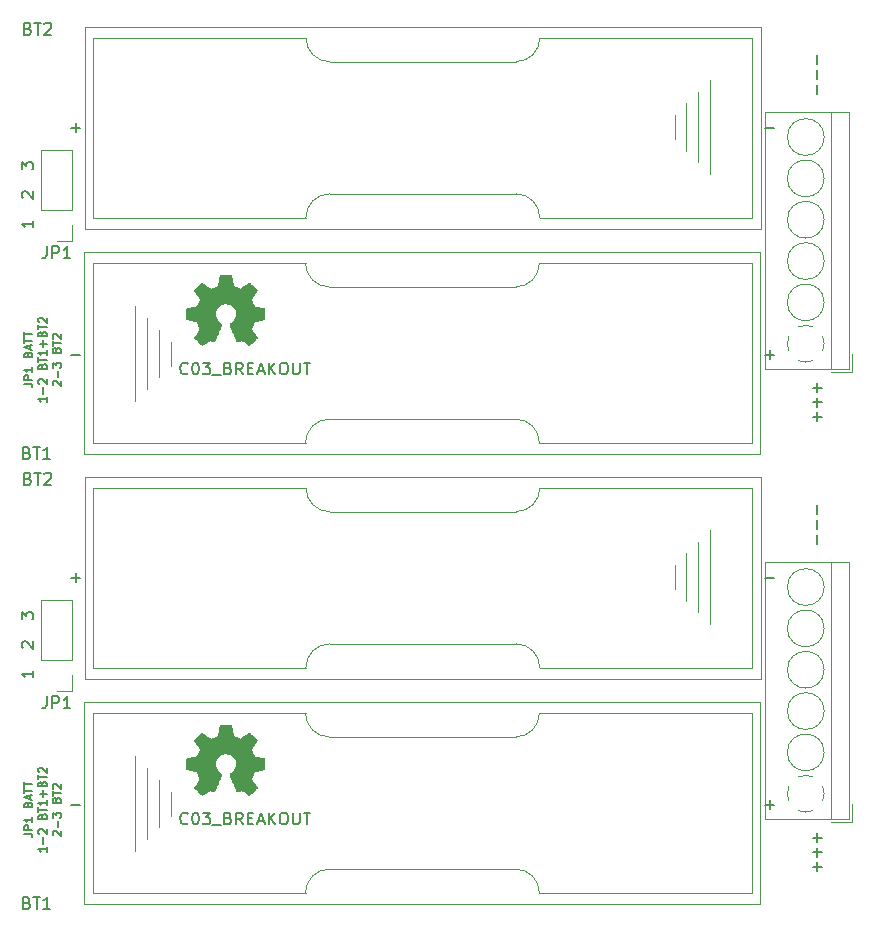
<source format=gbr>
G04 #@! TF.GenerationSoftware,KiCad,Pcbnew,5.1.5-52549c5~86~ubuntu18.04.1*
G04 #@! TF.CreationDate,2020-09-09T17:07:02-05:00*
G04 #@! TF.ProjectId,,58585858-5858-4585-9858-585858585858,rev?*
G04 #@! TF.SameCoordinates,Original*
G04 #@! TF.FileFunction,Legend,Top*
G04 #@! TF.FilePolarity,Positive*
%FSLAX46Y46*%
G04 Gerber Fmt 4.6, Leading zero omitted, Abs format (unit mm)*
G04 Created by KiCad (PCBNEW 5.1.5-52549c5~86~ubuntu18.04.1) date 2020-09-09 17:07:02*
%MOMM*%
%LPD*%
G04 APERTURE LIST*
%ADD10C,0.150000*%
%ADD11C,0.120000*%
%ADD12C,0.010000*%
G04 APERTURE END LIST*
D10*
X107183180Y-107270276D02*
X107183180Y-107841704D01*
X107183180Y-107555990D02*
X106183180Y-107555990D01*
X106326038Y-107651228D01*
X106421276Y-107746466D01*
X106468895Y-107841704D01*
X106278419Y-105365514D02*
X106230800Y-105317895D01*
X106183180Y-105222657D01*
X106183180Y-104984561D01*
X106230800Y-104889323D01*
X106278419Y-104841704D01*
X106373657Y-104794085D01*
X106468895Y-104794085D01*
X106611752Y-104841704D01*
X107183180Y-105413133D01*
X107183180Y-104794085D01*
X106183180Y-102936942D02*
X106183180Y-102317895D01*
X106564133Y-102651228D01*
X106564133Y-102508371D01*
X106611752Y-102413133D01*
X106659371Y-102365514D01*
X106754609Y-102317895D01*
X106992704Y-102317895D01*
X107087942Y-102365514D01*
X107135561Y-102413133D01*
X107183180Y-102508371D01*
X107183180Y-102794085D01*
X107135561Y-102889323D01*
X107087942Y-102936942D01*
X106392066Y-121083133D02*
X106892066Y-121083133D01*
X106992066Y-121116466D01*
X107058733Y-121183133D01*
X107092066Y-121283133D01*
X107092066Y-121349800D01*
X107092066Y-120749800D02*
X106392066Y-120749800D01*
X106392066Y-120483133D01*
X106425400Y-120416466D01*
X106458733Y-120383133D01*
X106525400Y-120349800D01*
X106625400Y-120349800D01*
X106692066Y-120383133D01*
X106725400Y-120416466D01*
X106758733Y-120483133D01*
X106758733Y-120749800D01*
X107092066Y-119683133D02*
X107092066Y-120083133D01*
X107092066Y-119883133D02*
X106392066Y-119883133D01*
X106492066Y-119949800D01*
X106558733Y-120016466D01*
X106592066Y-120083133D01*
X106725400Y-118616466D02*
X106758733Y-118516466D01*
X106792066Y-118483133D01*
X106858733Y-118449800D01*
X106958733Y-118449800D01*
X107025400Y-118483133D01*
X107058733Y-118516466D01*
X107092066Y-118583133D01*
X107092066Y-118849800D01*
X106392066Y-118849800D01*
X106392066Y-118616466D01*
X106425400Y-118549800D01*
X106458733Y-118516466D01*
X106525400Y-118483133D01*
X106592066Y-118483133D01*
X106658733Y-118516466D01*
X106692066Y-118549800D01*
X106725400Y-118616466D01*
X106725400Y-118849800D01*
X106892066Y-118183133D02*
X106892066Y-117849800D01*
X107092066Y-118249800D02*
X106392066Y-118016466D01*
X107092066Y-117783133D01*
X106392066Y-117649800D02*
X106392066Y-117249800D01*
X107092066Y-117449800D02*
X106392066Y-117449800D01*
X106392066Y-117116466D02*
X106392066Y-116716466D01*
X107092066Y-116916466D02*
X106392066Y-116916466D01*
X108292066Y-122216466D02*
X108292066Y-122616466D01*
X108292066Y-122416466D02*
X107592066Y-122416466D01*
X107692066Y-122483133D01*
X107758733Y-122549800D01*
X107792066Y-122616466D01*
X108025400Y-121916466D02*
X108025400Y-121383133D01*
X107658733Y-121083133D02*
X107625400Y-121049800D01*
X107592066Y-120983133D01*
X107592066Y-120816466D01*
X107625400Y-120749800D01*
X107658733Y-120716466D01*
X107725400Y-120683133D01*
X107792066Y-120683133D01*
X107892066Y-120716466D01*
X108292066Y-121116466D01*
X108292066Y-120683133D01*
X107925400Y-119616466D02*
X107958733Y-119516466D01*
X107992066Y-119483133D01*
X108058733Y-119449800D01*
X108158733Y-119449800D01*
X108225400Y-119483133D01*
X108258733Y-119516466D01*
X108292066Y-119583133D01*
X108292066Y-119849800D01*
X107592066Y-119849800D01*
X107592066Y-119616466D01*
X107625400Y-119549800D01*
X107658733Y-119516466D01*
X107725400Y-119483133D01*
X107792066Y-119483133D01*
X107858733Y-119516466D01*
X107892066Y-119549800D01*
X107925400Y-119616466D01*
X107925400Y-119849800D01*
X107592066Y-119249800D02*
X107592066Y-118849800D01*
X108292066Y-119049800D02*
X107592066Y-119049800D01*
X108292066Y-118249800D02*
X108292066Y-118649800D01*
X108292066Y-118449800D02*
X107592066Y-118449800D01*
X107692066Y-118516466D01*
X107758733Y-118583133D01*
X107792066Y-118649800D01*
X108025400Y-117949800D02*
X108025400Y-117416466D01*
X108292066Y-117683133D02*
X107758733Y-117683133D01*
X107925400Y-116849800D02*
X107958733Y-116749800D01*
X107992066Y-116716466D01*
X108058733Y-116683133D01*
X108158733Y-116683133D01*
X108225400Y-116716466D01*
X108258733Y-116749800D01*
X108292066Y-116816466D01*
X108292066Y-117083133D01*
X107592066Y-117083133D01*
X107592066Y-116849800D01*
X107625400Y-116783133D01*
X107658733Y-116749800D01*
X107725400Y-116716466D01*
X107792066Y-116716466D01*
X107858733Y-116749800D01*
X107892066Y-116783133D01*
X107925400Y-116849800D01*
X107925400Y-117083133D01*
X107592066Y-116483133D02*
X107592066Y-116083133D01*
X108292066Y-116283133D02*
X107592066Y-116283133D01*
X107658733Y-115883133D02*
X107625400Y-115849800D01*
X107592066Y-115783133D01*
X107592066Y-115616466D01*
X107625400Y-115549800D01*
X107658733Y-115516466D01*
X107725400Y-115483133D01*
X107792066Y-115483133D01*
X107892066Y-115516466D01*
X108292066Y-115916466D01*
X108292066Y-115483133D01*
X108858733Y-121233133D02*
X108825400Y-121199800D01*
X108792066Y-121133133D01*
X108792066Y-120966466D01*
X108825400Y-120899800D01*
X108858733Y-120866466D01*
X108925400Y-120833133D01*
X108992066Y-120833133D01*
X109092066Y-120866466D01*
X109492066Y-121266466D01*
X109492066Y-120833133D01*
X109225400Y-120533133D02*
X109225400Y-119999800D01*
X108792066Y-119733133D02*
X108792066Y-119299800D01*
X109058733Y-119533133D01*
X109058733Y-119433133D01*
X109092066Y-119366466D01*
X109125400Y-119333133D01*
X109192066Y-119299800D01*
X109358733Y-119299800D01*
X109425400Y-119333133D01*
X109458733Y-119366466D01*
X109492066Y-119433133D01*
X109492066Y-119633133D01*
X109458733Y-119699800D01*
X109425400Y-119733133D01*
X109125400Y-118233133D02*
X109158733Y-118133133D01*
X109192066Y-118099800D01*
X109258733Y-118066466D01*
X109358733Y-118066466D01*
X109425400Y-118099800D01*
X109458733Y-118133133D01*
X109492066Y-118199800D01*
X109492066Y-118466466D01*
X108792066Y-118466466D01*
X108792066Y-118233133D01*
X108825400Y-118166466D01*
X108858733Y-118133133D01*
X108925400Y-118099800D01*
X108992066Y-118099800D01*
X109058733Y-118133133D01*
X109092066Y-118166466D01*
X109125400Y-118233133D01*
X109125400Y-118466466D01*
X108792066Y-117866466D02*
X108792066Y-117466466D01*
X109492066Y-117666466D02*
X108792066Y-117666466D01*
X108858733Y-117266466D02*
X108825400Y-117233133D01*
X108792066Y-117166466D01*
X108792066Y-116999800D01*
X108825400Y-116933133D01*
X108858733Y-116899800D01*
X108925400Y-116866466D01*
X108992066Y-116866466D01*
X109092066Y-116899800D01*
X109492066Y-117299800D01*
X109492066Y-116866466D01*
X120236266Y-120194342D02*
X120188647Y-120241961D01*
X120045790Y-120289580D01*
X119950552Y-120289580D01*
X119807695Y-120241961D01*
X119712457Y-120146723D01*
X119664838Y-120051485D01*
X119617219Y-119861009D01*
X119617219Y-119718152D01*
X119664838Y-119527676D01*
X119712457Y-119432438D01*
X119807695Y-119337200D01*
X119950552Y-119289580D01*
X120045790Y-119289580D01*
X120188647Y-119337200D01*
X120236266Y-119384819D01*
X120855314Y-119289580D02*
X120950552Y-119289580D01*
X121045790Y-119337200D01*
X121093409Y-119384819D01*
X121141028Y-119480057D01*
X121188647Y-119670533D01*
X121188647Y-119908628D01*
X121141028Y-120099104D01*
X121093409Y-120194342D01*
X121045790Y-120241961D01*
X120950552Y-120289580D01*
X120855314Y-120289580D01*
X120760076Y-120241961D01*
X120712457Y-120194342D01*
X120664838Y-120099104D01*
X120617219Y-119908628D01*
X120617219Y-119670533D01*
X120664838Y-119480057D01*
X120712457Y-119384819D01*
X120760076Y-119337200D01*
X120855314Y-119289580D01*
X121521980Y-119289580D02*
X122141028Y-119289580D01*
X121807695Y-119670533D01*
X121950552Y-119670533D01*
X122045790Y-119718152D01*
X122093409Y-119765771D01*
X122141028Y-119861009D01*
X122141028Y-120099104D01*
X122093409Y-120194342D01*
X122045790Y-120241961D01*
X121950552Y-120289580D01*
X121664838Y-120289580D01*
X121569600Y-120241961D01*
X121521980Y-120194342D01*
X122331504Y-120384819D02*
X123093409Y-120384819D01*
X123664838Y-119765771D02*
X123807695Y-119813390D01*
X123855314Y-119861009D01*
X123902933Y-119956247D01*
X123902933Y-120099104D01*
X123855314Y-120194342D01*
X123807695Y-120241961D01*
X123712457Y-120289580D01*
X123331504Y-120289580D01*
X123331504Y-119289580D01*
X123664838Y-119289580D01*
X123760076Y-119337200D01*
X123807695Y-119384819D01*
X123855314Y-119480057D01*
X123855314Y-119575295D01*
X123807695Y-119670533D01*
X123760076Y-119718152D01*
X123664838Y-119765771D01*
X123331504Y-119765771D01*
X124902933Y-120289580D02*
X124569600Y-119813390D01*
X124331504Y-120289580D02*
X124331504Y-119289580D01*
X124712457Y-119289580D01*
X124807695Y-119337200D01*
X124855314Y-119384819D01*
X124902933Y-119480057D01*
X124902933Y-119622914D01*
X124855314Y-119718152D01*
X124807695Y-119765771D01*
X124712457Y-119813390D01*
X124331504Y-119813390D01*
X125331504Y-119765771D02*
X125664838Y-119765771D01*
X125807695Y-120289580D02*
X125331504Y-120289580D01*
X125331504Y-119289580D01*
X125807695Y-119289580D01*
X126188647Y-120003866D02*
X126664838Y-120003866D01*
X126093409Y-120289580D02*
X126426742Y-119289580D01*
X126760076Y-120289580D01*
X127093409Y-120289580D02*
X127093409Y-119289580D01*
X127664838Y-120289580D02*
X127236266Y-119718152D01*
X127664838Y-119289580D02*
X127093409Y-119861009D01*
X128283885Y-119289580D02*
X128474361Y-119289580D01*
X128569600Y-119337200D01*
X128664838Y-119432438D01*
X128712457Y-119622914D01*
X128712457Y-119956247D01*
X128664838Y-120146723D01*
X128569600Y-120241961D01*
X128474361Y-120289580D01*
X128283885Y-120289580D01*
X128188647Y-120241961D01*
X128093409Y-120146723D01*
X128045790Y-119956247D01*
X128045790Y-119622914D01*
X128093409Y-119432438D01*
X128188647Y-119337200D01*
X128283885Y-119289580D01*
X129141028Y-119289580D02*
X129141028Y-120099104D01*
X129188647Y-120194342D01*
X129236266Y-120241961D01*
X129331504Y-120289580D01*
X129521980Y-120289580D01*
X129617219Y-120241961D01*
X129664838Y-120194342D01*
X129712457Y-120099104D01*
X129712457Y-119289580D01*
X130045790Y-119289580D02*
X130617219Y-119289580D01*
X130331504Y-120289580D02*
X130331504Y-119289580D01*
X173528028Y-124275647D02*
X173528028Y-123513742D01*
X173908980Y-123894695D02*
X173147076Y-123894695D01*
X173528028Y-123037552D02*
X173528028Y-122275647D01*
X173908980Y-122656600D02*
X173147076Y-122656600D01*
X173528028Y-121799457D02*
X173528028Y-121037552D01*
X173908980Y-121418504D02*
X173147076Y-121418504D01*
X173528028Y-96519847D02*
X173528028Y-95757942D01*
X173528028Y-95281752D02*
X173528028Y-94519847D01*
X173528028Y-94043657D02*
X173528028Y-93281752D01*
X173528028Y-58419847D02*
X173528028Y-57657942D01*
X173528028Y-57181752D02*
X173528028Y-56419847D01*
X173528028Y-55943657D02*
X173528028Y-55181752D01*
X173528028Y-86175647D02*
X173528028Y-85413742D01*
X173908980Y-85794695D02*
X173147076Y-85794695D01*
X173528028Y-84937552D02*
X173528028Y-84175647D01*
X173908980Y-84556600D02*
X173147076Y-84556600D01*
X173528028Y-83699457D02*
X173528028Y-82937552D01*
X173908980Y-83318504D02*
X173147076Y-83318504D01*
X120236266Y-82094342D02*
X120188647Y-82141961D01*
X120045790Y-82189580D01*
X119950552Y-82189580D01*
X119807695Y-82141961D01*
X119712457Y-82046723D01*
X119664838Y-81951485D01*
X119617219Y-81761009D01*
X119617219Y-81618152D01*
X119664838Y-81427676D01*
X119712457Y-81332438D01*
X119807695Y-81237200D01*
X119950552Y-81189580D01*
X120045790Y-81189580D01*
X120188647Y-81237200D01*
X120236266Y-81284819D01*
X120855314Y-81189580D02*
X120950552Y-81189580D01*
X121045790Y-81237200D01*
X121093409Y-81284819D01*
X121141028Y-81380057D01*
X121188647Y-81570533D01*
X121188647Y-81808628D01*
X121141028Y-81999104D01*
X121093409Y-82094342D01*
X121045790Y-82141961D01*
X120950552Y-82189580D01*
X120855314Y-82189580D01*
X120760076Y-82141961D01*
X120712457Y-82094342D01*
X120664838Y-81999104D01*
X120617219Y-81808628D01*
X120617219Y-81570533D01*
X120664838Y-81380057D01*
X120712457Y-81284819D01*
X120760076Y-81237200D01*
X120855314Y-81189580D01*
X121521980Y-81189580D02*
X122141028Y-81189580D01*
X121807695Y-81570533D01*
X121950552Y-81570533D01*
X122045790Y-81618152D01*
X122093409Y-81665771D01*
X122141028Y-81761009D01*
X122141028Y-81999104D01*
X122093409Y-82094342D01*
X122045790Y-82141961D01*
X121950552Y-82189580D01*
X121664838Y-82189580D01*
X121569600Y-82141961D01*
X121521980Y-82094342D01*
X122331504Y-82284819D02*
X123093409Y-82284819D01*
X123664838Y-81665771D02*
X123807695Y-81713390D01*
X123855314Y-81761009D01*
X123902933Y-81856247D01*
X123902933Y-81999104D01*
X123855314Y-82094342D01*
X123807695Y-82141961D01*
X123712457Y-82189580D01*
X123331504Y-82189580D01*
X123331504Y-81189580D01*
X123664838Y-81189580D01*
X123760076Y-81237200D01*
X123807695Y-81284819D01*
X123855314Y-81380057D01*
X123855314Y-81475295D01*
X123807695Y-81570533D01*
X123760076Y-81618152D01*
X123664838Y-81665771D01*
X123331504Y-81665771D01*
X124902933Y-82189580D02*
X124569600Y-81713390D01*
X124331504Y-82189580D02*
X124331504Y-81189580D01*
X124712457Y-81189580D01*
X124807695Y-81237200D01*
X124855314Y-81284819D01*
X124902933Y-81380057D01*
X124902933Y-81522914D01*
X124855314Y-81618152D01*
X124807695Y-81665771D01*
X124712457Y-81713390D01*
X124331504Y-81713390D01*
X125331504Y-81665771D02*
X125664838Y-81665771D01*
X125807695Y-82189580D02*
X125331504Y-82189580D01*
X125331504Y-81189580D01*
X125807695Y-81189580D01*
X126188647Y-81903866D02*
X126664838Y-81903866D01*
X126093409Y-82189580D02*
X126426742Y-81189580D01*
X126760076Y-82189580D01*
X127093409Y-82189580D02*
X127093409Y-81189580D01*
X127664838Y-82189580D02*
X127236266Y-81618152D01*
X127664838Y-81189580D02*
X127093409Y-81761009D01*
X128283885Y-81189580D02*
X128474361Y-81189580D01*
X128569600Y-81237200D01*
X128664838Y-81332438D01*
X128712457Y-81522914D01*
X128712457Y-81856247D01*
X128664838Y-82046723D01*
X128569600Y-82141961D01*
X128474361Y-82189580D01*
X128283885Y-82189580D01*
X128188647Y-82141961D01*
X128093409Y-82046723D01*
X128045790Y-81856247D01*
X128045790Y-81522914D01*
X128093409Y-81332438D01*
X128188647Y-81237200D01*
X128283885Y-81189580D01*
X129141028Y-81189580D02*
X129141028Y-81999104D01*
X129188647Y-82094342D01*
X129236266Y-82141961D01*
X129331504Y-82189580D01*
X129521980Y-82189580D01*
X129617219Y-82141961D01*
X129664838Y-82094342D01*
X129712457Y-81999104D01*
X129712457Y-81189580D01*
X130045790Y-81189580D02*
X130617219Y-81189580D01*
X130331504Y-82189580D02*
X130331504Y-81189580D01*
X106392066Y-82983133D02*
X106892066Y-82983133D01*
X106992066Y-83016466D01*
X107058733Y-83083133D01*
X107092066Y-83183133D01*
X107092066Y-83249800D01*
X107092066Y-82649800D02*
X106392066Y-82649800D01*
X106392066Y-82383133D01*
X106425400Y-82316466D01*
X106458733Y-82283133D01*
X106525400Y-82249800D01*
X106625400Y-82249800D01*
X106692066Y-82283133D01*
X106725400Y-82316466D01*
X106758733Y-82383133D01*
X106758733Y-82649800D01*
X107092066Y-81583133D02*
X107092066Y-81983133D01*
X107092066Y-81783133D02*
X106392066Y-81783133D01*
X106492066Y-81849800D01*
X106558733Y-81916466D01*
X106592066Y-81983133D01*
X106725400Y-80516466D02*
X106758733Y-80416466D01*
X106792066Y-80383133D01*
X106858733Y-80349800D01*
X106958733Y-80349800D01*
X107025400Y-80383133D01*
X107058733Y-80416466D01*
X107092066Y-80483133D01*
X107092066Y-80749800D01*
X106392066Y-80749800D01*
X106392066Y-80516466D01*
X106425400Y-80449800D01*
X106458733Y-80416466D01*
X106525400Y-80383133D01*
X106592066Y-80383133D01*
X106658733Y-80416466D01*
X106692066Y-80449800D01*
X106725400Y-80516466D01*
X106725400Y-80749800D01*
X106892066Y-80083133D02*
X106892066Y-79749800D01*
X107092066Y-80149800D02*
X106392066Y-79916466D01*
X107092066Y-79683133D01*
X106392066Y-79549800D02*
X106392066Y-79149800D01*
X107092066Y-79349800D02*
X106392066Y-79349800D01*
X106392066Y-79016466D02*
X106392066Y-78616466D01*
X107092066Y-78816466D02*
X106392066Y-78816466D01*
X108292066Y-84116466D02*
X108292066Y-84516466D01*
X108292066Y-84316466D02*
X107592066Y-84316466D01*
X107692066Y-84383133D01*
X107758733Y-84449800D01*
X107792066Y-84516466D01*
X108025400Y-83816466D02*
X108025400Y-83283133D01*
X107658733Y-82983133D02*
X107625400Y-82949800D01*
X107592066Y-82883133D01*
X107592066Y-82716466D01*
X107625400Y-82649800D01*
X107658733Y-82616466D01*
X107725400Y-82583133D01*
X107792066Y-82583133D01*
X107892066Y-82616466D01*
X108292066Y-83016466D01*
X108292066Y-82583133D01*
X107925400Y-81516466D02*
X107958733Y-81416466D01*
X107992066Y-81383133D01*
X108058733Y-81349800D01*
X108158733Y-81349800D01*
X108225400Y-81383133D01*
X108258733Y-81416466D01*
X108292066Y-81483133D01*
X108292066Y-81749800D01*
X107592066Y-81749800D01*
X107592066Y-81516466D01*
X107625400Y-81449800D01*
X107658733Y-81416466D01*
X107725400Y-81383133D01*
X107792066Y-81383133D01*
X107858733Y-81416466D01*
X107892066Y-81449800D01*
X107925400Y-81516466D01*
X107925400Y-81749800D01*
X107592066Y-81149800D02*
X107592066Y-80749800D01*
X108292066Y-80949800D02*
X107592066Y-80949800D01*
X108292066Y-80149800D02*
X108292066Y-80549800D01*
X108292066Y-80349800D02*
X107592066Y-80349800D01*
X107692066Y-80416466D01*
X107758733Y-80483133D01*
X107792066Y-80549800D01*
X108025400Y-79849800D02*
X108025400Y-79316466D01*
X108292066Y-79583133D02*
X107758733Y-79583133D01*
X107925400Y-78749800D02*
X107958733Y-78649800D01*
X107992066Y-78616466D01*
X108058733Y-78583133D01*
X108158733Y-78583133D01*
X108225400Y-78616466D01*
X108258733Y-78649800D01*
X108292066Y-78716466D01*
X108292066Y-78983133D01*
X107592066Y-78983133D01*
X107592066Y-78749800D01*
X107625400Y-78683133D01*
X107658733Y-78649800D01*
X107725400Y-78616466D01*
X107792066Y-78616466D01*
X107858733Y-78649800D01*
X107892066Y-78683133D01*
X107925400Y-78749800D01*
X107925400Y-78983133D01*
X107592066Y-78383133D02*
X107592066Y-77983133D01*
X108292066Y-78183133D02*
X107592066Y-78183133D01*
X107658733Y-77783133D02*
X107625400Y-77749800D01*
X107592066Y-77683133D01*
X107592066Y-77516466D01*
X107625400Y-77449800D01*
X107658733Y-77416466D01*
X107725400Y-77383133D01*
X107792066Y-77383133D01*
X107892066Y-77416466D01*
X108292066Y-77816466D01*
X108292066Y-77383133D01*
X108858733Y-83133133D02*
X108825400Y-83099800D01*
X108792066Y-83033133D01*
X108792066Y-82866466D01*
X108825400Y-82799800D01*
X108858733Y-82766466D01*
X108925400Y-82733133D01*
X108992066Y-82733133D01*
X109092066Y-82766466D01*
X109492066Y-83166466D01*
X109492066Y-82733133D01*
X109225400Y-82433133D02*
X109225400Y-81899800D01*
X108792066Y-81633133D02*
X108792066Y-81199800D01*
X109058733Y-81433133D01*
X109058733Y-81333133D01*
X109092066Y-81266466D01*
X109125400Y-81233133D01*
X109192066Y-81199800D01*
X109358733Y-81199800D01*
X109425400Y-81233133D01*
X109458733Y-81266466D01*
X109492066Y-81333133D01*
X109492066Y-81533133D01*
X109458733Y-81599800D01*
X109425400Y-81633133D01*
X109125400Y-80133133D02*
X109158733Y-80033133D01*
X109192066Y-79999800D01*
X109258733Y-79966466D01*
X109358733Y-79966466D01*
X109425400Y-79999800D01*
X109458733Y-80033133D01*
X109492066Y-80099800D01*
X109492066Y-80366466D01*
X108792066Y-80366466D01*
X108792066Y-80133133D01*
X108825400Y-80066466D01*
X108858733Y-80033133D01*
X108925400Y-79999800D01*
X108992066Y-79999800D01*
X109058733Y-80033133D01*
X109092066Y-80066466D01*
X109125400Y-80133133D01*
X109125400Y-80366466D01*
X108792066Y-79766466D02*
X108792066Y-79366466D01*
X109492066Y-79566466D02*
X108792066Y-79566466D01*
X108858733Y-79166466D02*
X108825400Y-79133133D01*
X108792066Y-79066466D01*
X108792066Y-78899800D01*
X108825400Y-78833133D01*
X108858733Y-78799800D01*
X108925400Y-78766466D01*
X108992066Y-78766466D01*
X109092066Y-78799800D01*
X109492066Y-79199800D01*
X109492066Y-78766466D01*
X107183180Y-69170276D02*
X107183180Y-69741704D01*
X107183180Y-69455990D02*
X106183180Y-69455990D01*
X106326038Y-69551228D01*
X106421276Y-69646466D01*
X106468895Y-69741704D01*
X106278419Y-67265514D02*
X106230800Y-67217895D01*
X106183180Y-67122657D01*
X106183180Y-66884561D01*
X106230800Y-66789323D01*
X106278419Y-66741704D01*
X106373657Y-66694085D01*
X106468895Y-66694085D01*
X106611752Y-66741704D01*
X107183180Y-67313133D01*
X107183180Y-66694085D01*
X106183180Y-64836942D02*
X106183180Y-64217895D01*
X106564133Y-64551228D01*
X106564133Y-64408371D01*
X106611752Y-64313133D01*
X106659371Y-64265514D01*
X106754609Y-64217895D01*
X106992704Y-64217895D01*
X107087942Y-64265514D01*
X107135561Y-64313133D01*
X107183180Y-64408371D01*
X107183180Y-64694085D01*
X107135561Y-64789323D01*
X107087942Y-64836942D01*
D11*
X132216000Y-112886000D02*
X148016000Y-112886000D01*
X148016000Y-124086000D02*
X132216000Y-124086000D01*
X148016000Y-124086000D02*
G75*
G02X150016000Y-126086000I0J-2000000D01*
G01*
X130216000Y-126086000D02*
G75*
G02X132216000Y-124086000I2000000J0D01*
G01*
X132216000Y-112886000D02*
G75*
G02X130216000Y-110886000I0J2000000D01*
G01*
X150016000Y-110886000D02*
G75*
G02X148016000Y-112886000I-2000000J0D01*
G01*
X130216000Y-110886000D02*
X112216000Y-110886000D01*
X130216000Y-126086000D02*
X112216000Y-126086000D01*
X168016000Y-126086000D02*
X150016000Y-126086000D01*
X112216000Y-126086000D02*
X112216000Y-110886000D01*
X168016000Y-110886000D02*
X150016000Y-110886000D01*
X168016000Y-126086000D02*
X168016000Y-110886000D01*
X168736000Y-127051000D02*
X111496000Y-127051000D01*
X168736000Y-109921000D02*
X168736000Y-127051000D01*
X111496000Y-109921000D02*
X168736000Y-109921000D01*
X111496000Y-127051000D02*
X111496000Y-109921000D01*
X118806000Y-119546000D02*
X118806000Y-117546000D01*
X115806000Y-122546000D02*
X115806000Y-114546000D01*
X116806000Y-115546000D02*
X116806000Y-121546000D01*
X117806000Y-120546000D02*
X117806000Y-116546000D01*
D12*
G36*
X123974414Y-112327731D02*
G01*
X124058235Y-112772355D01*
X124367520Y-112899853D01*
X124676806Y-113027351D01*
X125047846Y-112775046D01*
X125151757Y-112704796D01*
X125245687Y-112642072D01*
X125325252Y-112589738D01*
X125386070Y-112550657D01*
X125423757Y-112527693D01*
X125434021Y-112522742D01*
X125452510Y-112535476D01*
X125492020Y-112570682D01*
X125548122Y-112623862D01*
X125616387Y-112690518D01*
X125692386Y-112766154D01*
X125771692Y-112846272D01*
X125849875Y-112926374D01*
X125922507Y-113001964D01*
X125985159Y-113068545D01*
X126033403Y-113121618D01*
X126062810Y-113156687D01*
X126069841Y-113168423D01*
X126059723Y-113190060D01*
X126031359Y-113237462D01*
X125987729Y-113305993D01*
X125931818Y-113391015D01*
X125866606Y-113487893D01*
X125828819Y-113543150D01*
X125759943Y-113644048D01*
X125698740Y-113735099D01*
X125648178Y-113811770D01*
X125611228Y-113869528D01*
X125590858Y-113903843D01*
X125587797Y-113911054D01*
X125594736Y-113931548D01*
X125613651Y-113979313D01*
X125641687Y-114047632D01*
X125675991Y-114129789D01*
X125713709Y-114219070D01*
X125751987Y-114308758D01*
X125787970Y-114392138D01*
X125818806Y-114462494D01*
X125841639Y-114513110D01*
X125853617Y-114537271D01*
X125854324Y-114538222D01*
X125873131Y-114542836D01*
X125923218Y-114553128D01*
X125999393Y-114568087D01*
X126096465Y-114586701D01*
X126209243Y-114607959D01*
X126275042Y-114620218D01*
X126395550Y-114643162D01*
X126504397Y-114664995D01*
X126596076Y-114684522D01*
X126665081Y-114700548D01*
X126705904Y-114711879D01*
X126714111Y-114715474D01*
X126722148Y-114739806D01*
X126728633Y-114794759D01*
X126733570Y-114873908D01*
X126736964Y-114970826D01*
X126738818Y-115079087D01*
X126739138Y-115192265D01*
X126737927Y-115303935D01*
X126735190Y-115407668D01*
X126730931Y-115497041D01*
X126725155Y-115565626D01*
X126717867Y-115606997D01*
X126713495Y-115615610D01*
X126687364Y-115625933D01*
X126631993Y-115640692D01*
X126554707Y-115658152D01*
X126462830Y-115676580D01*
X126430758Y-115682541D01*
X126276124Y-115710866D01*
X126153975Y-115733676D01*
X126060273Y-115751880D01*
X125990984Y-115766383D01*
X125942071Y-115778092D01*
X125909497Y-115787915D01*
X125889228Y-115796756D01*
X125877226Y-115805524D01*
X125875547Y-115807257D01*
X125858784Y-115835171D01*
X125833214Y-115889495D01*
X125801388Y-115963577D01*
X125765860Y-116050765D01*
X125729183Y-116144408D01*
X125693911Y-116237852D01*
X125662596Y-116324447D01*
X125637793Y-116397540D01*
X125622054Y-116450478D01*
X125617932Y-116476611D01*
X125618276Y-116477526D01*
X125632241Y-116498886D01*
X125663922Y-116545884D01*
X125709991Y-116613627D01*
X125767118Y-116697223D01*
X125831973Y-116791782D01*
X125850443Y-116818654D01*
X125916299Y-116916075D01*
X125974250Y-117004963D01*
X126021138Y-117080212D01*
X126053807Y-117136720D01*
X126069100Y-117169381D01*
X126069841Y-117173393D01*
X126056992Y-117194484D01*
X126021488Y-117236264D01*
X125967893Y-117294245D01*
X125900771Y-117363935D01*
X125824687Y-117440845D01*
X125744204Y-117520483D01*
X125663887Y-117598361D01*
X125588299Y-117669986D01*
X125522005Y-117730870D01*
X125469569Y-117776521D01*
X125435555Y-117802450D01*
X125426145Y-117806683D01*
X125404243Y-117796712D01*
X125359400Y-117769820D01*
X125298921Y-117730536D01*
X125252389Y-117698917D01*
X125168075Y-117640898D01*
X125068226Y-117572584D01*
X124968073Y-117504379D01*
X124914227Y-117467875D01*
X124731971Y-117344600D01*
X124578981Y-117427320D01*
X124509282Y-117463559D01*
X124450014Y-117491726D01*
X124409911Y-117507791D01*
X124399703Y-117510026D01*
X124387429Y-117493522D01*
X124363213Y-117446882D01*
X124328863Y-117374409D01*
X124286188Y-117280406D01*
X124236994Y-117169174D01*
X124183090Y-117045015D01*
X124126284Y-116912232D01*
X124068382Y-116775127D01*
X124011193Y-116638002D01*
X123956524Y-116505158D01*
X123906184Y-116380898D01*
X123861980Y-116269525D01*
X123825719Y-116175339D01*
X123799209Y-116102644D01*
X123784258Y-116055741D01*
X123781854Y-116039633D01*
X123800911Y-116019086D01*
X123842636Y-115985733D01*
X123898306Y-115946502D01*
X123902978Y-115943399D01*
X124046864Y-115828223D01*
X124162883Y-115693853D01*
X124250030Y-115544584D01*
X124307299Y-115384713D01*
X124333686Y-115218537D01*
X124328185Y-115050352D01*
X124289790Y-114884455D01*
X124217495Y-114725142D01*
X124196226Y-114690287D01*
X124085596Y-114549537D01*
X123954902Y-114436514D01*
X123808664Y-114351803D01*
X123651408Y-114295994D01*
X123487657Y-114269674D01*
X123321933Y-114273430D01*
X123158762Y-114307850D01*
X123002665Y-114373523D01*
X122858167Y-114471035D01*
X122813469Y-114510613D01*
X122699712Y-114634503D01*
X122616818Y-114764924D01*
X122559956Y-114911115D01*
X122528287Y-115055888D01*
X122520469Y-115218660D01*
X122546538Y-115382240D01*
X122603845Y-115541098D01*
X122689744Y-115689706D01*
X122801586Y-115822535D01*
X122936723Y-115934056D01*
X122954483Y-115945811D01*
X123010750Y-115984308D01*
X123053523Y-116017663D01*
X123073972Y-116038960D01*
X123074269Y-116039633D01*
X123069879Y-116062671D01*
X123052476Y-116114957D01*
X123023868Y-116192190D01*
X122985865Y-116290068D01*
X122940274Y-116404291D01*
X122888903Y-116530558D01*
X122833562Y-116664567D01*
X122776058Y-116802018D01*
X122718201Y-116938608D01*
X122661798Y-117070037D01*
X122608658Y-117192005D01*
X122560590Y-117300209D01*
X122519401Y-117390349D01*
X122486901Y-117458123D01*
X122464897Y-117499230D01*
X122456036Y-117510026D01*
X122428960Y-117501619D01*
X122378297Y-117479072D01*
X122312783Y-117446413D01*
X122276759Y-117427320D01*
X122123768Y-117344600D01*
X121941512Y-117467875D01*
X121848475Y-117531028D01*
X121746615Y-117600527D01*
X121651162Y-117665965D01*
X121603350Y-117698917D01*
X121536105Y-117744073D01*
X121479164Y-117779857D01*
X121439954Y-117801738D01*
X121427219Y-117806363D01*
X121408683Y-117793885D01*
X121367659Y-117759052D01*
X121308125Y-117705478D01*
X121234058Y-117636783D01*
X121149435Y-117556581D01*
X121095915Y-117505086D01*
X121002281Y-117413086D01*
X120921359Y-117330799D01*
X120856423Y-117261745D01*
X120810742Y-117209444D01*
X120787589Y-117177416D01*
X120785368Y-117170916D01*
X120795676Y-117146194D01*
X120824161Y-117096205D01*
X120867663Y-117026012D01*
X120923023Y-116940675D01*
X120987080Y-116845256D01*
X121005297Y-116818654D01*
X121071673Y-116721967D01*
X121131222Y-116634917D01*
X121180616Y-116562395D01*
X121216525Y-116509293D01*
X121235619Y-116480503D01*
X121237464Y-116477526D01*
X121234705Y-116454582D01*
X121220062Y-116404136D01*
X121196087Y-116332841D01*
X121165334Y-116247347D01*
X121130356Y-116154307D01*
X121093707Y-116060374D01*
X121057939Y-115972199D01*
X121025606Y-115896434D01*
X120999262Y-115839731D01*
X120981458Y-115808743D01*
X120980193Y-115807257D01*
X120969306Y-115798401D01*
X120950918Y-115789643D01*
X120920994Y-115780077D01*
X120875497Y-115768796D01*
X120810391Y-115754893D01*
X120721639Y-115737463D01*
X120605207Y-115715598D01*
X120457058Y-115688391D01*
X120424982Y-115682541D01*
X120329914Y-115664174D01*
X120247035Y-115646205D01*
X120183670Y-115630369D01*
X120147142Y-115618400D01*
X120142244Y-115615610D01*
X120134173Y-115590872D01*
X120127613Y-115535590D01*
X120122567Y-115456189D01*
X120119041Y-115359096D01*
X120117039Y-115250738D01*
X120116564Y-115137540D01*
X120117623Y-115025928D01*
X120120218Y-114922329D01*
X120124354Y-114833168D01*
X120130037Y-114764872D01*
X120137269Y-114723866D01*
X120141629Y-114715474D01*
X120165902Y-114707008D01*
X120221174Y-114693235D01*
X120301938Y-114675350D01*
X120402688Y-114654548D01*
X120517917Y-114632023D01*
X120580698Y-114620218D01*
X120699813Y-114597951D01*
X120806035Y-114577779D01*
X120894173Y-114560715D01*
X120959034Y-114547769D01*
X120995426Y-114539955D01*
X121001416Y-114538222D01*
X121011539Y-114518690D01*
X121032938Y-114471643D01*
X121062761Y-114403803D01*
X121098155Y-114321891D01*
X121136268Y-114232628D01*
X121174247Y-114142735D01*
X121209240Y-114058935D01*
X121238394Y-113987947D01*
X121258857Y-113936494D01*
X121267777Y-113911297D01*
X121267943Y-113910196D01*
X121257831Y-113890319D01*
X121229483Y-113844577D01*
X121185877Y-113777517D01*
X121129994Y-113693684D01*
X121064813Y-113597626D01*
X121026921Y-113542450D01*
X120957875Y-113441281D01*
X120896550Y-113349430D01*
X120845937Y-113271544D01*
X120809029Y-113212269D01*
X120788818Y-113176251D01*
X120785899Y-113168177D01*
X120798447Y-113149384D01*
X120833137Y-113109257D01*
X120885537Y-113052293D01*
X120951216Y-112982985D01*
X121025744Y-112905831D01*
X121104687Y-112825325D01*
X121183617Y-112745963D01*
X121258100Y-112672240D01*
X121323706Y-112608652D01*
X121376004Y-112559694D01*
X121410561Y-112529861D01*
X121422122Y-112522742D01*
X121440946Y-112532753D01*
X121485969Y-112560878D01*
X121552813Y-112604254D01*
X121637101Y-112660018D01*
X121734456Y-112725306D01*
X121807893Y-112775046D01*
X122178933Y-113027351D01*
X122797505Y-112772355D01*
X122881325Y-112327731D01*
X122965146Y-111883107D01*
X123890594Y-111883107D01*
X123974414Y-112327731D01*
G37*
X123974414Y-112327731D02*
X124058235Y-112772355D01*
X124367520Y-112899853D01*
X124676806Y-113027351D01*
X125047846Y-112775046D01*
X125151757Y-112704796D01*
X125245687Y-112642072D01*
X125325252Y-112589738D01*
X125386070Y-112550657D01*
X125423757Y-112527693D01*
X125434021Y-112522742D01*
X125452510Y-112535476D01*
X125492020Y-112570682D01*
X125548122Y-112623862D01*
X125616387Y-112690518D01*
X125692386Y-112766154D01*
X125771692Y-112846272D01*
X125849875Y-112926374D01*
X125922507Y-113001964D01*
X125985159Y-113068545D01*
X126033403Y-113121618D01*
X126062810Y-113156687D01*
X126069841Y-113168423D01*
X126059723Y-113190060D01*
X126031359Y-113237462D01*
X125987729Y-113305993D01*
X125931818Y-113391015D01*
X125866606Y-113487893D01*
X125828819Y-113543150D01*
X125759943Y-113644048D01*
X125698740Y-113735099D01*
X125648178Y-113811770D01*
X125611228Y-113869528D01*
X125590858Y-113903843D01*
X125587797Y-113911054D01*
X125594736Y-113931548D01*
X125613651Y-113979313D01*
X125641687Y-114047632D01*
X125675991Y-114129789D01*
X125713709Y-114219070D01*
X125751987Y-114308758D01*
X125787970Y-114392138D01*
X125818806Y-114462494D01*
X125841639Y-114513110D01*
X125853617Y-114537271D01*
X125854324Y-114538222D01*
X125873131Y-114542836D01*
X125923218Y-114553128D01*
X125999393Y-114568087D01*
X126096465Y-114586701D01*
X126209243Y-114607959D01*
X126275042Y-114620218D01*
X126395550Y-114643162D01*
X126504397Y-114664995D01*
X126596076Y-114684522D01*
X126665081Y-114700548D01*
X126705904Y-114711879D01*
X126714111Y-114715474D01*
X126722148Y-114739806D01*
X126728633Y-114794759D01*
X126733570Y-114873908D01*
X126736964Y-114970826D01*
X126738818Y-115079087D01*
X126739138Y-115192265D01*
X126737927Y-115303935D01*
X126735190Y-115407668D01*
X126730931Y-115497041D01*
X126725155Y-115565626D01*
X126717867Y-115606997D01*
X126713495Y-115615610D01*
X126687364Y-115625933D01*
X126631993Y-115640692D01*
X126554707Y-115658152D01*
X126462830Y-115676580D01*
X126430758Y-115682541D01*
X126276124Y-115710866D01*
X126153975Y-115733676D01*
X126060273Y-115751880D01*
X125990984Y-115766383D01*
X125942071Y-115778092D01*
X125909497Y-115787915D01*
X125889228Y-115796756D01*
X125877226Y-115805524D01*
X125875547Y-115807257D01*
X125858784Y-115835171D01*
X125833214Y-115889495D01*
X125801388Y-115963577D01*
X125765860Y-116050765D01*
X125729183Y-116144408D01*
X125693911Y-116237852D01*
X125662596Y-116324447D01*
X125637793Y-116397540D01*
X125622054Y-116450478D01*
X125617932Y-116476611D01*
X125618276Y-116477526D01*
X125632241Y-116498886D01*
X125663922Y-116545884D01*
X125709991Y-116613627D01*
X125767118Y-116697223D01*
X125831973Y-116791782D01*
X125850443Y-116818654D01*
X125916299Y-116916075D01*
X125974250Y-117004963D01*
X126021138Y-117080212D01*
X126053807Y-117136720D01*
X126069100Y-117169381D01*
X126069841Y-117173393D01*
X126056992Y-117194484D01*
X126021488Y-117236264D01*
X125967893Y-117294245D01*
X125900771Y-117363935D01*
X125824687Y-117440845D01*
X125744204Y-117520483D01*
X125663887Y-117598361D01*
X125588299Y-117669986D01*
X125522005Y-117730870D01*
X125469569Y-117776521D01*
X125435555Y-117802450D01*
X125426145Y-117806683D01*
X125404243Y-117796712D01*
X125359400Y-117769820D01*
X125298921Y-117730536D01*
X125252389Y-117698917D01*
X125168075Y-117640898D01*
X125068226Y-117572584D01*
X124968073Y-117504379D01*
X124914227Y-117467875D01*
X124731971Y-117344600D01*
X124578981Y-117427320D01*
X124509282Y-117463559D01*
X124450014Y-117491726D01*
X124409911Y-117507791D01*
X124399703Y-117510026D01*
X124387429Y-117493522D01*
X124363213Y-117446882D01*
X124328863Y-117374409D01*
X124286188Y-117280406D01*
X124236994Y-117169174D01*
X124183090Y-117045015D01*
X124126284Y-116912232D01*
X124068382Y-116775127D01*
X124011193Y-116638002D01*
X123956524Y-116505158D01*
X123906184Y-116380898D01*
X123861980Y-116269525D01*
X123825719Y-116175339D01*
X123799209Y-116102644D01*
X123784258Y-116055741D01*
X123781854Y-116039633D01*
X123800911Y-116019086D01*
X123842636Y-115985733D01*
X123898306Y-115946502D01*
X123902978Y-115943399D01*
X124046864Y-115828223D01*
X124162883Y-115693853D01*
X124250030Y-115544584D01*
X124307299Y-115384713D01*
X124333686Y-115218537D01*
X124328185Y-115050352D01*
X124289790Y-114884455D01*
X124217495Y-114725142D01*
X124196226Y-114690287D01*
X124085596Y-114549537D01*
X123954902Y-114436514D01*
X123808664Y-114351803D01*
X123651408Y-114295994D01*
X123487657Y-114269674D01*
X123321933Y-114273430D01*
X123158762Y-114307850D01*
X123002665Y-114373523D01*
X122858167Y-114471035D01*
X122813469Y-114510613D01*
X122699712Y-114634503D01*
X122616818Y-114764924D01*
X122559956Y-114911115D01*
X122528287Y-115055888D01*
X122520469Y-115218660D01*
X122546538Y-115382240D01*
X122603845Y-115541098D01*
X122689744Y-115689706D01*
X122801586Y-115822535D01*
X122936723Y-115934056D01*
X122954483Y-115945811D01*
X123010750Y-115984308D01*
X123053523Y-116017663D01*
X123073972Y-116038960D01*
X123074269Y-116039633D01*
X123069879Y-116062671D01*
X123052476Y-116114957D01*
X123023868Y-116192190D01*
X122985865Y-116290068D01*
X122940274Y-116404291D01*
X122888903Y-116530558D01*
X122833562Y-116664567D01*
X122776058Y-116802018D01*
X122718201Y-116938608D01*
X122661798Y-117070037D01*
X122608658Y-117192005D01*
X122560590Y-117300209D01*
X122519401Y-117390349D01*
X122486901Y-117458123D01*
X122464897Y-117499230D01*
X122456036Y-117510026D01*
X122428960Y-117501619D01*
X122378297Y-117479072D01*
X122312783Y-117446413D01*
X122276759Y-117427320D01*
X122123768Y-117344600D01*
X121941512Y-117467875D01*
X121848475Y-117531028D01*
X121746615Y-117600527D01*
X121651162Y-117665965D01*
X121603350Y-117698917D01*
X121536105Y-117744073D01*
X121479164Y-117779857D01*
X121439954Y-117801738D01*
X121427219Y-117806363D01*
X121408683Y-117793885D01*
X121367659Y-117759052D01*
X121308125Y-117705478D01*
X121234058Y-117636783D01*
X121149435Y-117556581D01*
X121095915Y-117505086D01*
X121002281Y-117413086D01*
X120921359Y-117330799D01*
X120856423Y-117261745D01*
X120810742Y-117209444D01*
X120787589Y-117177416D01*
X120785368Y-117170916D01*
X120795676Y-117146194D01*
X120824161Y-117096205D01*
X120867663Y-117026012D01*
X120923023Y-116940675D01*
X120987080Y-116845256D01*
X121005297Y-116818654D01*
X121071673Y-116721967D01*
X121131222Y-116634917D01*
X121180616Y-116562395D01*
X121216525Y-116509293D01*
X121235619Y-116480503D01*
X121237464Y-116477526D01*
X121234705Y-116454582D01*
X121220062Y-116404136D01*
X121196087Y-116332841D01*
X121165334Y-116247347D01*
X121130356Y-116154307D01*
X121093707Y-116060374D01*
X121057939Y-115972199D01*
X121025606Y-115896434D01*
X120999262Y-115839731D01*
X120981458Y-115808743D01*
X120980193Y-115807257D01*
X120969306Y-115798401D01*
X120950918Y-115789643D01*
X120920994Y-115780077D01*
X120875497Y-115768796D01*
X120810391Y-115754893D01*
X120721639Y-115737463D01*
X120605207Y-115715598D01*
X120457058Y-115688391D01*
X120424982Y-115682541D01*
X120329914Y-115664174D01*
X120247035Y-115646205D01*
X120183670Y-115630369D01*
X120147142Y-115618400D01*
X120142244Y-115615610D01*
X120134173Y-115590872D01*
X120127613Y-115535590D01*
X120122567Y-115456189D01*
X120119041Y-115359096D01*
X120117039Y-115250738D01*
X120116564Y-115137540D01*
X120117623Y-115025928D01*
X120120218Y-114922329D01*
X120124354Y-114833168D01*
X120130037Y-114764872D01*
X120137269Y-114723866D01*
X120141629Y-114715474D01*
X120165902Y-114707008D01*
X120221174Y-114693235D01*
X120301938Y-114675350D01*
X120402688Y-114654548D01*
X120517917Y-114632023D01*
X120580698Y-114620218D01*
X120699813Y-114597951D01*
X120806035Y-114577779D01*
X120894173Y-114560715D01*
X120959034Y-114547769D01*
X120995426Y-114539955D01*
X121001416Y-114538222D01*
X121011539Y-114518690D01*
X121032938Y-114471643D01*
X121062761Y-114403803D01*
X121098155Y-114321891D01*
X121136268Y-114232628D01*
X121174247Y-114142735D01*
X121209240Y-114058935D01*
X121238394Y-113987947D01*
X121258857Y-113936494D01*
X121267777Y-113911297D01*
X121267943Y-113910196D01*
X121257831Y-113890319D01*
X121229483Y-113844577D01*
X121185877Y-113777517D01*
X121129994Y-113693684D01*
X121064813Y-113597626D01*
X121026921Y-113542450D01*
X120957875Y-113441281D01*
X120896550Y-113349430D01*
X120845937Y-113271544D01*
X120809029Y-113212269D01*
X120788818Y-113176251D01*
X120785899Y-113168177D01*
X120798447Y-113149384D01*
X120833137Y-113109257D01*
X120885537Y-113052293D01*
X120951216Y-112982985D01*
X121025744Y-112905831D01*
X121104687Y-112825325D01*
X121183617Y-112745963D01*
X121258100Y-112672240D01*
X121323706Y-112608652D01*
X121376004Y-112559694D01*
X121410561Y-112529861D01*
X121422122Y-112522742D01*
X121440946Y-112532753D01*
X121485969Y-112560878D01*
X121552813Y-112604254D01*
X121637101Y-112660018D01*
X121734456Y-112725306D01*
X121807893Y-112775046D01*
X122178933Y-113027351D01*
X122797505Y-112772355D01*
X122881325Y-112327731D01*
X122965146Y-111883107D01*
X123890594Y-111883107D01*
X123974414Y-112327731D01*
D11*
X110473800Y-101260600D02*
X107813800Y-101260600D01*
X110473800Y-106400600D02*
X110473800Y-101260600D01*
X107813800Y-106400600D02*
X107813800Y-101260600D01*
X110473800Y-106400600D02*
X107813800Y-106400600D01*
X110473800Y-107670600D02*
X110473800Y-109000600D01*
X110473800Y-109000600D02*
X109143800Y-109000600D01*
X173998985Y-117093213D02*
G75*
G02X174122600Y-117700800I-1431385J-607587D01*
G01*
X171959858Y-116268691D02*
G75*
G02X173175600Y-116268800I607742J-1432109D01*
G01*
X171135491Y-118308542D02*
G75*
G02X171135600Y-117092800I1432109J607742D01*
G01*
X173175342Y-119132909D02*
G75*
G02X171959600Y-119132800I-607742J1432109D01*
G01*
X174123092Y-117673789D02*
G75*
G02X173999600Y-118308800I-1555492J-27011D01*
G01*
X174122600Y-114200800D02*
G75*
G03X174122600Y-114200800I-1555000J0D01*
G01*
X174122600Y-110700800D02*
G75*
G03X174122600Y-110700800I-1555000J0D01*
G01*
X174122600Y-107200800D02*
G75*
G03X174122600Y-107200800I-1555000J0D01*
G01*
X174122600Y-103700800D02*
G75*
G03X174122600Y-103700800I-1555000J0D01*
G01*
X174122600Y-100200800D02*
G75*
G03X174122600Y-100200800I-1555000J0D01*
G01*
X174667600Y-119860800D02*
X174667600Y-98040800D01*
X169107600Y-119860800D02*
X169107600Y-98040800D01*
X176227600Y-119860800D02*
X176227600Y-98040800D01*
X169107600Y-119860800D02*
X176227600Y-119860800D01*
X169107600Y-98040800D02*
X176227600Y-98040800D01*
X174727600Y-120100800D02*
X176467600Y-120100800D01*
X176467600Y-120100800D02*
X176467600Y-118600800D01*
X162457600Y-97355600D02*
X162457600Y-101355600D01*
X163457600Y-102355600D02*
X163457600Y-96355600D01*
X164457600Y-95355600D02*
X164457600Y-103355600D01*
X161457600Y-98355600D02*
X161457600Y-100355600D01*
X168767600Y-90850600D02*
X168767600Y-107980600D01*
X168767600Y-107980600D02*
X111527600Y-107980600D01*
X111527600Y-107980600D02*
X111527600Y-90850600D01*
X111527600Y-90850600D02*
X168767600Y-90850600D01*
X112247600Y-91815600D02*
X112247600Y-107015600D01*
X112247600Y-107015600D02*
X130247600Y-107015600D01*
X168047600Y-91815600D02*
X168047600Y-107015600D01*
X112247600Y-91815600D02*
X130247600Y-91815600D01*
X150047600Y-91815600D02*
X168047600Y-91815600D01*
X150047600Y-107015600D02*
X168047600Y-107015600D01*
X130247600Y-107015600D02*
G75*
G02X132247600Y-105015600I2000000J0D01*
G01*
X148047600Y-105015600D02*
G75*
G02X150047600Y-107015600I0J-2000000D01*
G01*
X150047600Y-91815600D02*
G75*
G02X148047600Y-93815600I-2000000J0D01*
G01*
X132247600Y-93815600D02*
G75*
G02X130247600Y-91815600I0J2000000D01*
G01*
X132247600Y-93815600D02*
X148047600Y-93815600D01*
X148047600Y-105015600D02*
X132247600Y-105015600D01*
D12*
G36*
X123974414Y-74227731D02*
G01*
X124058235Y-74672355D01*
X124367520Y-74799853D01*
X124676806Y-74927351D01*
X125047846Y-74675046D01*
X125151757Y-74604796D01*
X125245687Y-74542072D01*
X125325252Y-74489738D01*
X125386070Y-74450657D01*
X125423757Y-74427693D01*
X125434021Y-74422742D01*
X125452510Y-74435476D01*
X125492020Y-74470682D01*
X125548122Y-74523862D01*
X125616387Y-74590518D01*
X125692386Y-74666154D01*
X125771692Y-74746272D01*
X125849875Y-74826374D01*
X125922507Y-74901964D01*
X125985159Y-74968545D01*
X126033403Y-75021618D01*
X126062810Y-75056687D01*
X126069841Y-75068423D01*
X126059723Y-75090060D01*
X126031359Y-75137462D01*
X125987729Y-75205993D01*
X125931818Y-75291015D01*
X125866606Y-75387893D01*
X125828819Y-75443150D01*
X125759943Y-75544048D01*
X125698740Y-75635099D01*
X125648178Y-75711770D01*
X125611228Y-75769528D01*
X125590858Y-75803843D01*
X125587797Y-75811054D01*
X125594736Y-75831548D01*
X125613651Y-75879313D01*
X125641687Y-75947632D01*
X125675991Y-76029789D01*
X125713709Y-76119070D01*
X125751987Y-76208758D01*
X125787970Y-76292138D01*
X125818806Y-76362494D01*
X125841639Y-76413110D01*
X125853617Y-76437271D01*
X125854324Y-76438222D01*
X125873131Y-76442836D01*
X125923218Y-76453128D01*
X125999393Y-76468087D01*
X126096465Y-76486701D01*
X126209243Y-76507959D01*
X126275042Y-76520218D01*
X126395550Y-76543162D01*
X126504397Y-76564995D01*
X126596076Y-76584522D01*
X126665081Y-76600548D01*
X126705904Y-76611879D01*
X126714111Y-76615474D01*
X126722148Y-76639806D01*
X126728633Y-76694759D01*
X126733570Y-76773908D01*
X126736964Y-76870826D01*
X126738818Y-76979087D01*
X126739138Y-77092265D01*
X126737927Y-77203935D01*
X126735190Y-77307668D01*
X126730931Y-77397041D01*
X126725155Y-77465626D01*
X126717867Y-77506997D01*
X126713495Y-77515610D01*
X126687364Y-77525933D01*
X126631993Y-77540692D01*
X126554707Y-77558152D01*
X126462830Y-77576580D01*
X126430758Y-77582541D01*
X126276124Y-77610866D01*
X126153975Y-77633676D01*
X126060273Y-77651880D01*
X125990984Y-77666383D01*
X125942071Y-77678092D01*
X125909497Y-77687915D01*
X125889228Y-77696756D01*
X125877226Y-77705524D01*
X125875547Y-77707257D01*
X125858784Y-77735171D01*
X125833214Y-77789495D01*
X125801388Y-77863577D01*
X125765860Y-77950765D01*
X125729183Y-78044408D01*
X125693911Y-78137852D01*
X125662596Y-78224447D01*
X125637793Y-78297540D01*
X125622054Y-78350478D01*
X125617932Y-78376611D01*
X125618276Y-78377526D01*
X125632241Y-78398886D01*
X125663922Y-78445884D01*
X125709991Y-78513627D01*
X125767118Y-78597223D01*
X125831973Y-78691782D01*
X125850443Y-78718654D01*
X125916299Y-78816075D01*
X125974250Y-78904963D01*
X126021138Y-78980212D01*
X126053807Y-79036720D01*
X126069100Y-79069381D01*
X126069841Y-79073393D01*
X126056992Y-79094484D01*
X126021488Y-79136264D01*
X125967893Y-79194245D01*
X125900771Y-79263935D01*
X125824687Y-79340845D01*
X125744204Y-79420483D01*
X125663887Y-79498361D01*
X125588299Y-79569986D01*
X125522005Y-79630870D01*
X125469569Y-79676521D01*
X125435555Y-79702450D01*
X125426145Y-79706683D01*
X125404243Y-79696712D01*
X125359400Y-79669820D01*
X125298921Y-79630536D01*
X125252389Y-79598917D01*
X125168075Y-79540898D01*
X125068226Y-79472584D01*
X124968073Y-79404379D01*
X124914227Y-79367875D01*
X124731971Y-79244600D01*
X124578981Y-79327320D01*
X124509282Y-79363559D01*
X124450014Y-79391726D01*
X124409911Y-79407791D01*
X124399703Y-79410026D01*
X124387429Y-79393522D01*
X124363213Y-79346882D01*
X124328863Y-79274409D01*
X124286188Y-79180406D01*
X124236994Y-79069174D01*
X124183090Y-78945015D01*
X124126284Y-78812232D01*
X124068382Y-78675127D01*
X124011193Y-78538002D01*
X123956524Y-78405158D01*
X123906184Y-78280898D01*
X123861980Y-78169525D01*
X123825719Y-78075339D01*
X123799209Y-78002644D01*
X123784258Y-77955741D01*
X123781854Y-77939633D01*
X123800911Y-77919086D01*
X123842636Y-77885733D01*
X123898306Y-77846502D01*
X123902978Y-77843399D01*
X124046864Y-77728223D01*
X124162883Y-77593853D01*
X124250030Y-77444584D01*
X124307299Y-77284713D01*
X124333686Y-77118537D01*
X124328185Y-76950352D01*
X124289790Y-76784455D01*
X124217495Y-76625142D01*
X124196226Y-76590287D01*
X124085596Y-76449537D01*
X123954902Y-76336514D01*
X123808664Y-76251803D01*
X123651408Y-76195994D01*
X123487657Y-76169674D01*
X123321933Y-76173430D01*
X123158762Y-76207850D01*
X123002665Y-76273523D01*
X122858167Y-76371035D01*
X122813469Y-76410613D01*
X122699712Y-76534503D01*
X122616818Y-76664924D01*
X122559956Y-76811115D01*
X122528287Y-76955888D01*
X122520469Y-77118660D01*
X122546538Y-77282240D01*
X122603845Y-77441098D01*
X122689744Y-77589706D01*
X122801586Y-77722535D01*
X122936723Y-77834056D01*
X122954483Y-77845811D01*
X123010750Y-77884308D01*
X123053523Y-77917663D01*
X123073972Y-77938960D01*
X123074269Y-77939633D01*
X123069879Y-77962671D01*
X123052476Y-78014957D01*
X123023868Y-78092190D01*
X122985865Y-78190068D01*
X122940274Y-78304291D01*
X122888903Y-78430558D01*
X122833562Y-78564567D01*
X122776058Y-78702018D01*
X122718201Y-78838608D01*
X122661798Y-78970037D01*
X122608658Y-79092005D01*
X122560590Y-79200209D01*
X122519401Y-79290349D01*
X122486901Y-79358123D01*
X122464897Y-79399230D01*
X122456036Y-79410026D01*
X122428960Y-79401619D01*
X122378297Y-79379072D01*
X122312783Y-79346413D01*
X122276759Y-79327320D01*
X122123768Y-79244600D01*
X121941512Y-79367875D01*
X121848475Y-79431028D01*
X121746615Y-79500527D01*
X121651162Y-79565965D01*
X121603350Y-79598917D01*
X121536105Y-79644073D01*
X121479164Y-79679857D01*
X121439954Y-79701738D01*
X121427219Y-79706363D01*
X121408683Y-79693885D01*
X121367659Y-79659052D01*
X121308125Y-79605478D01*
X121234058Y-79536783D01*
X121149435Y-79456581D01*
X121095915Y-79405086D01*
X121002281Y-79313086D01*
X120921359Y-79230799D01*
X120856423Y-79161745D01*
X120810742Y-79109444D01*
X120787589Y-79077416D01*
X120785368Y-79070916D01*
X120795676Y-79046194D01*
X120824161Y-78996205D01*
X120867663Y-78926012D01*
X120923023Y-78840675D01*
X120987080Y-78745256D01*
X121005297Y-78718654D01*
X121071673Y-78621967D01*
X121131222Y-78534917D01*
X121180616Y-78462395D01*
X121216525Y-78409293D01*
X121235619Y-78380503D01*
X121237464Y-78377526D01*
X121234705Y-78354582D01*
X121220062Y-78304136D01*
X121196087Y-78232841D01*
X121165334Y-78147347D01*
X121130356Y-78054307D01*
X121093707Y-77960374D01*
X121057939Y-77872199D01*
X121025606Y-77796434D01*
X120999262Y-77739731D01*
X120981458Y-77708743D01*
X120980193Y-77707257D01*
X120969306Y-77698401D01*
X120950918Y-77689643D01*
X120920994Y-77680077D01*
X120875497Y-77668796D01*
X120810391Y-77654893D01*
X120721639Y-77637463D01*
X120605207Y-77615598D01*
X120457058Y-77588391D01*
X120424982Y-77582541D01*
X120329914Y-77564174D01*
X120247035Y-77546205D01*
X120183670Y-77530369D01*
X120147142Y-77518400D01*
X120142244Y-77515610D01*
X120134173Y-77490872D01*
X120127613Y-77435590D01*
X120122567Y-77356189D01*
X120119041Y-77259096D01*
X120117039Y-77150738D01*
X120116564Y-77037540D01*
X120117623Y-76925928D01*
X120120218Y-76822329D01*
X120124354Y-76733168D01*
X120130037Y-76664872D01*
X120137269Y-76623866D01*
X120141629Y-76615474D01*
X120165902Y-76607008D01*
X120221174Y-76593235D01*
X120301938Y-76575350D01*
X120402688Y-76554548D01*
X120517917Y-76532023D01*
X120580698Y-76520218D01*
X120699813Y-76497951D01*
X120806035Y-76477779D01*
X120894173Y-76460715D01*
X120959034Y-76447769D01*
X120995426Y-76439955D01*
X121001416Y-76438222D01*
X121011539Y-76418690D01*
X121032938Y-76371643D01*
X121062761Y-76303803D01*
X121098155Y-76221891D01*
X121136268Y-76132628D01*
X121174247Y-76042735D01*
X121209240Y-75958935D01*
X121238394Y-75887947D01*
X121258857Y-75836494D01*
X121267777Y-75811297D01*
X121267943Y-75810196D01*
X121257831Y-75790319D01*
X121229483Y-75744577D01*
X121185877Y-75677517D01*
X121129994Y-75593684D01*
X121064813Y-75497626D01*
X121026921Y-75442450D01*
X120957875Y-75341281D01*
X120896550Y-75249430D01*
X120845937Y-75171544D01*
X120809029Y-75112269D01*
X120788818Y-75076251D01*
X120785899Y-75068177D01*
X120798447Y-75049384D01*
X120833137Y-75009257D01*
X120885537Y-74952293D01*
X120951216Y-74882985D01*
X121025744Y-74805831D01*
X121104687Y-74725325D01*
X121183617Y-74645963D01*
X121258100Y-74572240D01*
X121323706Y-74508652D01*
X121376004Y-74459694D01*
X121410561Y-74429861D01*
X121422122Y-74422742D01*
X121440946Y-74432753D01*
X121485969Y-74460878D01*
X121552813Y-74504254D01*
X121637101Y-74560018D01*
X121734456Y-74625306D01*
X121807893Y-74675046D01*
X122178933Y-74927351D01*
X122797505Y-74672355D01*
X122881325Y-74227731D01*
X122965146Y-73783107D01*
X123890594Y-73783107D01*
X123974414Y-74227731D01*
G37*
X123974414Y-74227731D02*
X124058235Y-74672355D01*
X124367520Y-74799853D01*
X124676806Y-74927351D01*
X125047846Y-74675046D01*
X125151757Y-74604796D01*
X125245687Y-74542072D01*
X125325252Y-74489738D01*
X125386070Y-74450657D01*
X125423757Y-74427693D01*
X125434021Y-74422742D01*
X125452510Y-74435476D01*
X125492020Y-74470682D01*
X125548122Y-74523862D01*
X125616387Y-74590518D01*
X125692386Y-74666154D01*
X125771692Y-74746272D01*
X125849875Y-74826374D01*
X125922507Y-74901964D01*
X125985159Y-74968545D01*
X126033403Y-75021618D01*
X126062810Y-75056687D01*
X126069841Y-75068423D01*
X126059723Y-75090060D01*
X126031359Y-75137462D01*
X125987729Y-75205993D01*
X125931818Y-75291015D01*
X125866606Y-75387893D01*
X125828819Y-75443150D01*
X125759943Y-75544048D01*
X125698740Y-75635099D01*
X125648178Y-75711770D01*
X125611228Y-75769528D01*
X125590858Y-75803843D01*
X125587797Y-75811054D01*
X125594736Y-75831548D01*
X125613651Y-75879313D01*
X125641687Y-75947632D01*
X125675991Y-76029789D01*
X125713709Y-76119070D01*
X125751987Y-76208758D01*
X125787970Y-76292138D01*
X125818806Y-76362494D01*
X125841639Y-76413110D01*
X125853617Y-76437271D01*
X125854324Y-76438222D01*
X125873131Y-76442836D01*
X125923218Y-76453128D01*
X125999393Y-76468087D01*
X126096465Y-76486701D01*
X126209243Y-76507959D01*
X126275042Y-76520218D01*
X126395550Y-76543162D01*
X126504397Y-76564995D01*
X126596076Y-76584522D01*
X126665081Y-76600548D01*
X126705904Y-76611879D01*
X126714111Y-76615474D01*
X126722148Y-76639806D01*
X126728633Y-76694759D01*
X126733570Y-76773908D01*
X126736964Y-76870826D01*
X126738818Y-76979087D01*
X126739138Y-77092265D01*
X126737927Y-77203935D01*
X126735190Y-77307668D01*
X126730931Y-77397041D01*
X126725155Y-77465626D01*
X126717867Y-77506997D01*
X126713495Y-77515610D01*
X126687364Y-77525933D01*
X126631993Y-77540692D01*
X126554707Y-77558152D01*
X126462830Y-77576580D01*
X126430758Y-77582541D01*
X126276124Y-77610866D01*
X126153975Y-77633676D01*
X126060273Y-77651880D01*
X125990984Y-77666383D01*
X125942071Y-77678092D01*
X125909497Y-77687915D01*
X125889228Y-77696756D01*
X125877226Y-77705524D01*
X125875547Y-77707257D01*
X125858784Y-77735171D01*
X125833214Y-77789495D01*
X125801388Y-77863577D01*
X125765860Y-77950765D01*
X125729183Y-78044408D01*
X125693911Y-78137852D01*
X125662596Y-78224447D01*
X125637793Y-78297540D01*
X125622054Y-78350478D01*
X125617932Y-78376611D01*
X125618276Y-78377526D01*
X125632241Y-78398886D01*
X125663922Y-78445884D01*
X125709991Y-78513627D01*
X125767118Y-78597223D01*
X125831973Y-78691782D01*
X125850443Y-78718654D01*
X125916299Y-78816075D01*
X125974250Y-78904963D01*
X126021138Y-78980212D01*
X126053807Y-79036720D01*
X126069100Y-79069381D01*
X126069841Y-79073393D01*
X126056992Y-79094484D01*
X126021488Y-79136264D01*
X125967893Y-79194245D01*
X125900771Y-79263935D01*
X125824687Y-79340845D01*
X125744204Y-79420483D01*
X125663887Y-79498361D01*
X125588299Y-79569986D01*
X125522005Y-79630870D01*
X125469569Y-79676521D01*
X125435555Y-79702450D01*
X125426145Y-79706683D01*
X125404243Y-79696712D01*
X125359400Y-79669820D01*
X125298921Y-79630536D01*
X125252389Y-79598917D01*
X125168075Y-79540898D01*
X125068226Y-79472584D01*
X124968073Y-79404379D01*
X124914227Y-79367875D01*
X124731971Y-79244600D01*
X124578981Y-79327320D01*
X124509282Y-79363559D01*
X124450014Y-79391726D01*
X124409911Y-79407791D01*
X124399703Y-79410026D01*
X124387429Y-79393522D01*
X124363213Y-79346882D01*
X124328863Y-79274409D01*
X124286188Y-79180406D01*
X124236994Y-79069174D01*
X124183090Y-78945015D01*
X124126284Y-78812232D01*
X124068382Y-78675127D01*
X124011193Y-78538002D01*
X123956524Y-78405158D01*
X123906184Y-78280898D01*
X123861980Y-78169525D01*
X123825719Y-78075339D01*
X123799209Y-78002644D01*
X123784258Y-77955741D01*
X123781854Y-77939633D01*
X123800911Y-77919086D01*
X123842636Y-77885733D01*
X123898306Y-77846502D01*
X123902978Y-77843399D01*
X124046864Y-77728223D01*
X124162883Y-77593853D01*
X124250030Y-77444584D01*
X124307299Y-77284713D01*
X124333686Y-77118537D01*
X124328185Y-76950352D01*
X124289790Y-76784455D01*
X124217495Y-76625142D01*
X124196226Y-76590287D01*
X124085596Y-76449537D01*
X123954902Y-76336514D01*
X123808664Y-76251803D01*
X123651408Y-76195994D01*
X123487657Y-76169674D01*
X123321933Y-76173430D01*
X123158762Y-76207850D01*
X123002665Y-76273523D01*
X122858167Y-76371035D01*
X122813469Y-76410613D01*
X122699712Y-76534503D01*
X122616818Y-76664924D01*
X122559956Y-76811115D01*
X122528287Y-76955888D01*
X122520469Y-77118660D01*
X122546538Y-77282240D01*
X122603845Y-77441098D01*
X122689744Y-77589706D01*
X122801586Y-77722535D01*
X122936723Y-77834056D01*
X122954483Y-77845811D01*
X123010750Y-77884308D01*
X123053523Y-77917663D01*
X123073972Y-77938960D01*
X123074269Y-77939633D01*
X123069879Y-77962671D01*
X123052476Y-78014957D01*
X123023868Y-78092190D01*
X122985865Y-78190068D01*
X122940274Y-78304291D01*
X122888903Y-78430558D01*
X122833562Y-78564567D01*
X122776058Y-78702018D01*
X122718201Y-78838608D01*
X122661798Y-78970037D01*
X122608658Y-79092005D01*
X122560590Y-79200209D01*
X122519401Y-79290349D01*
X122486901Y-79358123D01*
X122464897Y-79399230D01*
X122456036Y-79410026D01*
X122428960Y-79401619D01*
X122378297Y-79379072D01*
X122312783Y-79346413D01*
X122276759Y-79327320D01*
X122123768Y-79244600D01*
X121941512Y-79367875D01*
X121848475Y-79431028D01*
X121746615Y-79500527D01*
X121651162Y-79565965D01*
X121603350Y-79598917D01*
X121536105Y-79644073D01*
X121479164Y-79679857D01*
X121439954Y-79701738D01*
X121427219Y-79706363D01*
X121408683Y-79693885D01*
X121367659Y-79659052D01*
X121308125Y-79605478D01*
X121234058Y-79536783D01*
X121149435Y-79456581D01*
X121095915Y-79405086D01*
X121002281Y-79313086D01*
X120921359Y-79230799D01*
X120856423Y-79161745D01*
X120810742Y-79109444D01*
X120787589Y-79077416D01*
X120785368Y-79070916D01*
X120795676Y-79046194D01*
X120824161Y-78996205D01*
X120867663Y-78926012D01*
X120923023Y-78840675D01*
X120987080Y-78745256D01*
X121005297Y-78718654D01*
X121071673Y-78621967D01*
X121131222Y-78534917D01*
X121180616Y-78462395D01*
X121216525Y-78409293D01*
X121235619Y-78380503D01*
X121237464Y-78377526D01*
X121234705Y-78354582D01*
X121220062Y-78304136D01*
X121196087Y-78232841D01*
X121165334Y-78147347D01*
X121130356Y-78054307D01*
X121093707Y-77960374D01*
X121057939Y-77872199D01*
X121025606Y-77796434D01*
X120999262Y-77739731D01*
X120981458Y-77708743D01*
X120980193Y-77707257D01*
X120969306Y-77698401D01*
X120950918Y-77689643D01*
X120920994Y-77680077D01*
X120875497Y-77668796D01*
X120810391Y-77654893D01*
X120721639Y-77637463D01*
X120605207Y-77615598D01*
X120457058Y-77588391D01*
X120424982Y-77582541D01*
X120329914Y-77564174D01*
X120247035Y-77546205D01*
X120183670Y-77530369D01*
X120147142Y-77518400D01*
X120142244Y-77515610D01*
X120134173Y-77490872D01*
X120127613Y-77435590D01*
X120122567Y-77356189D01*
X120119041Y-77259096D01*
X120117039Y-77150738D01*
X120116564Y-77037540D01*
X120117623Y-76925928D01*
X120120218Y-76822329D01*
X120124354Y-76733168D01*
X120130037Y-76664872D01*
X120137269Y-76623866D01*
X120141629Y-76615474D01*
X120165902Y-76607008D01*
X120221174Y-76593235D01*
X120301938Y-76575350D01*
X120402688Y-76554548D01*
X120517917Y-76532023D01*
X120580698Y-76520218D01*
X120699813Y-76497951D01*
X120806035Y-76477779D01*
X120894173Y-76460715D01*
X120959034Y-76447769D01*
X120995426Y-76439955D01*
X121001416Y-76438222D01*
X121011539Y-76418690D01*
X121032938Y-76371643D01*
X121062761Y-76303803D01*
X121098155Y-76221891D01*
X121136268Y-76132628D01*
X121174247Y-76042735D01*
X121209240Y-75958935D01*
X121238394Y-75887947D01*
X121258857Y-75836494D01*
X121267777Y-75811297D01*
X121267943Y-75810196D01*
X121257831Y-75790319D01*
X121229483Y-75744577D01*
X121185877Y-75677517D01*
X121129994Y-75593684D01*
X121064813Y-75497626D01*
X121026921Y-75442450D01*
X120957875Y-75341281D01*
X120896550Y-75249430D01*
X120845937Y-75171544D01*
X120809029Y-75112269D01*
X120788818Y-75076251D01*
X120785899Y-75068177D01*
X120798447Y-75049384D01*
X120833137Y-75009257D01*
X120885537Y-74952293D01*
X120951216Y-74882985D01*
X121025744Y-74805831D01*
X121104687Y-74725325D01*
X121183617Y-74645963D01*
X121258100Y-74572240D01*
X121323706Y-74508652D01*
X121376004Y-74459694D01*
X121410561Y-74429861D01*
X121422122Y-74422742D01*
X121440946Y-74432753D01*
X121485969Y-74460878D01*
X121552813Y-74504254D01*
X121637101Y-74560018D01*
X121734456Y-74625306D01*
X121807893Y-74675046D01*
X122178933Y-74927351D01*
X122797505Y-74672355D01*
X122881325Y-74227731D01*
X122965146Y-73783107D01*
X123890594Y-73783107D01*
X123974414Y-74227731D01*
D11*
X176467600Y-82000800D02*
X176467600Y-80500800D01*
X174727600Y-82000800D02*
X176467600Y-82000800D01*
X169107600Y-59940800D02*
X176227600Y-59940800D01*
X169107600Y-81760800D02*
X176227600Y-81760800D01*
X176227600Y-81760800D02*
X176227600Y-59940800D01*
X169107600Y-81760800D02*
X169107600Y-59940800D01*
X174667600Y-81760800D02*
X174667600Y-59940800D01*
X174122600Y-62100800D02*
G75*
G03X174122600Y-62100800I-1555000J0D01*
G01*
X174122600Y-65600800D02*
G75*
G03X174122600Y-65600800I-1555000J0D01*
G01*
X174122600Y-69100800D02*
G75*
G03X174122600Y-69100800I-1555000J0D01*
G01*
X174122600Y-72600800D02*
G75*
G03X174122600Y-72600800I-1555000J0D01*
G01*
X174122600Y-76100800D02*
G75*
G03X174122600Y-76100800I-1555000J0D01*
G01*
X174123092Y-79573789D02*
G75*
G02X173999600Y-80208800I-1555492J-27011D01*
G01*
X173175342Y-81032909D02*
G75*
G02X171959600Y-81032800I-607742J1432109D01*
G01*
X171135491Y-80208542D02*
G75*
G02X171135600Y-78992800I1432109J607742D01*
G01*
X171959858Y-78168691D02*
G75*
G02X173175600Y-78168800I607742J-1432109D01*
G01*
X173998985Y-78993213D02*
G75*
G02X174122600Y-79600800I-1431385J-607587D01*
G01*
X110473800Y-70900600D02*
X109143800Y-70900600D01*
X110473800Y-69570600D02*
X110473800Y-70900600D01*
X110473800Y-68300600D02*
X107813800Y-68300600D01*
X107813800Y-68300600D02*
X107813800Y-63160600D01*
X110473800Y-68300600D02*
X110473800Y-63160600D01*
X110473800Y-63160600D02*
X107813800Y-63160600D01*
X148047600Y-66915600D02*
X132247600Y-66915600D01*
X132247600Y-55715600D02*
X148047600Y-55715600D01*
X132247600Y-55715600D02*
G75*
G02X130247600Y-53715600I0J2000000D01*
G01*
X150047600Y-53715600D02*
G75*
G02X148047600Y-55715600I-2000000J0D01*
G01*
X148047600Y-66915600D02*
G75*
G02X150047600Y-68915600I0J-2000000D01*
G01*
X130247600Y-68915600D02*
G75*
G02X132247600Y-66915600I2000000J0D01*
G01*
X150047600Y-68915600D02*
X168047600Y-68915600D01*
X150047600Y-53715600D02*
X168047600Y-53715600D01*
X112247600Y-53715600D02*
X130247600Y-53715600D01*
X168047600Y-53715600D02*
X168047600Y-68915600D01*
X112247600Y-68915600D02*
X130247600Y-68915600D01*
X112247600Y-53715600D02*
X112247600Y-68915600D01*
X111527600Y-52750600D02*
X168767600Y-52750600D01*
X111527600Y-69880600D02*
X111527600Y-52750600D01*
X168767600Y-69880600D02*
X111527600Y-69880600D01*
X168767600Y-52750600D02*
X168767600Y-69880600D01*
X161457600Y-60255600D02*
X161457600Y-62255600D01*
X164457600Y-57255600D02*
X164457600Y-65255600D01*
X163457600Y-64255600D02*
X163457600Y-58255600D01*
X162457600Y-59255600D02*
X162457600Y-63255600D01*
X117806000Y-82446000D02*
X117806000Y-78446000D01*
X116806000Y-77446000D02*
X116806000Y-83446000D01*
X115806000Y-84446000D02*
X115806000Y-76446000D01*
X118806000Y-81446000D02*
X118806000Y-79446000D01*
X111496000Y-88951000D02*
X111496000Y-71821000D01*
X111496000Y-71821000D02*
X168736000Y-71821000D01*
X168736000Y-71821000D02*
X168736000Y-88951000D01*
X168736000Y-88951000D02*
X111496000Y-88951000D01*
X168016000Y-87986000D02*
X168016000Y-72786000D01*
X168016000Y-72786000D02*
X150016000Y-72786000D01*
X112216000Y-87986000D02*
X112216000Y-72786000D01*
X168016000Y-87986000D02*
X150016000Y-87986000D01*
X130216000Y-87986000D02*
X112216000Y-87986000D01*
X130216000Y-72786000D02*
X112216000Y-72786000D01*
X150016000Y-72786000D02*
G75*
G02X148016000Y-74786000I-2000000J0D01*
G01*
X132216000Y-74786000D02*
G75*
G02X130216000Y-72786000I0J2000000D01*
G01*
X130216000Y-87986000D02*
G75*
G02X132216000Y-85986000I2000000J0D01*
G01*
X148016000Y-85986000D02*
G75*
G02X150016000Y-87986000I0J-2000000D01*
G01*
X148016000Y-85986000D02*
X132216000Y-85986000D01*
X132216000Y-74786000D02*
X148016000Y-74786000D01*
D10*
X106630885Y-126928571D02*
X106773742Y-126976190D01*
X106821361Y-127023809D01*
X106868980Y-127119047D01*
X106868980Y-127261904D01*
X106821361Y-127357142D01*
X106773742Y-127404761D01*
X106678504Y-127452380D01*
X106297552Y-127452380D01*
X106297552Y-126452380D01*
X106630885Y-126452380D01*
X106726123Y-126500000D01*
X106773742Y-126547619D01*
X106821361Y-126642857D01*
X106821361Y-126738095D01*
X106773742Y-126833333D01*
X106726123Y-126880952D01*
X106630885Y-126928571D01*
X106297552Y-126928571D01*
X107154695Y-126452380D02*
X107726123Y-126452380D01*
X107440409Y-127452380D02*
X107440409Y-126452380D01*
X108583266Y-127452380D02*
X108011838Y-127452380D01*
X108297552Y-127452380D02*
X108297552Y-126452380D01*
X108202314Y-126595238D01*
X108107076Y-126690476D01*
X108011838Y-126738095D01*
X110365047Y-118617428D02*
X111126952Y-118617428D01*
X169135047Y-118617428D02*
X169896952Y-118617428D01*
X169516000Y-118998380D02*
X169516000Y-118236476D01*
X108310466Y-109452980D02*
X108310466Y-110167266D01*
X108262847Y-110310123D01*
X108167609Y-110405361D01*
X108024752Y-110452980D01*
X107929514Y-110452980D01*
X108786657Y-110452980D02*
X108786657Y-109452980D01*
X109167609Y-109452980D01*
X109262847Y-109500600D01*
X109310466Y-109548219D01*
X109358085Y-109643457D01*
X109358085Y-109786314D01*
X109310466Y-109881552D01*
X109262847Y-109929171D01*
X109167609Y-109976790D01*
X108786657Y-109976790D01*
X110310466Y-110452980D02*
X109739038Y-110452980D01*
X110024752Y-110452980D02*
X110024752Y-109452980D01*
X109929514Y-109595838D01*
X109834276Y-109691076D01*
X109739038Y-109738695D01*
X106732485Y-91012971D02*
X106875342Y-91060590D01*
X106922961Y-91108209D01*
X106970580Y-91203447D01*
X106970580Y-91346304D01*
X106922961Y-91441542D01*
X106875342Y-91489161D01*
X106780104Y-91536780D01*
X106399152Y-91536780D01*
X106399152Y-90536780D01*
X106732485Y-90536780D01*
X106827723Y-90584400D01*
X106875342Y-90632019D01*
X106922961Y-90727257D01*
X106922961Y-90822495D01*
X106875342Y-90917733D01*
X106827723Y-90965352D01*
X106732485Y-91012971D01*
X106399152Y-91012971D01*
X107256295Y-90536780D02*
X107827723Y-90536780D01*
X107542009Y-91536780D02*
X107542009Y-90536780D01*
X108113438Y-90632019D02*
X108161057Y-90584400D01*
X108256295Y-90536780D01*
X108494390Y-90536780D01*
X108589628Y-90584400D01*
X108637247Y-90632019D01*
X108684866Y-90727257D01*
X108684866Y-90822495D01*
X108637247Y-90965352D01*
X108065819Y-91536780D01*
X108684866Y-91536780D01*
X110366647Y-99427028D02*
X111128552Y-99427028D01*
X110747600Y-99807980D02*
X110747600Y-99046076D01*
X169136647Y-99427028D02*
X169898552Y-99427028D01*
X108310466Y-71352980D02*
X108310466Y-72067266D01*
X108262847Y-72210123D01*
X108167609Y-72305361D01*
X108024752Y-72352980D01*
X107929514Y-72352980D01*
X108786657Y-72352980D02*
X108786657Y-71352980D01*
X109167609Y-71352980D01*
X109262847Y-71400600D01*
X109310466Y-71448219D01*
X109358085Y-71543457D01*
X109358085Y-71686314D01*
X109310466Y-71781552D01*
X109262847Y-71829171D01*
X109167609Y-71876790D01*
X108786657Y-71876790D01*
X110310466Y-72352980D02*
X109739038Y-72352980D01*
X110024752Y-72352980D02*
X110024752Y-71352980D01*
X109929514Y-71495838D01*
X109834276Y-71591076D01*
X109739038Y-71638695D01*
X106732485Y-52912971D02*
X106875342Y-52960590D01*
X106922961Y-53008209D01*
X106970580Y-53103447D01*
X106970580Y-53246304D01*
X106922961Y-53341542D01*
X106875342Y-53389161D01*
X106780104Y-53436780D01*
X106399152Y-53436780D01*
X106399152Y-52436780D01*
X106732485Y-52436780D01*
X106827723Y-52484400D01*
X106875342Y-52532019D01*
X106922961Y-52627257D01*
X106922961Y-52722495D01*
X106875342Y-52817733D01*
X106827723Y-52865352D01*
X106732485Y-52912971D01*
X106399152Y-52912971D01*
X107256295Y-52436780D02*
X107827723Y-52436780D01*
X107542009Y-53436780D02*
X107542009Y-52436780D01*
X108113438Y-52532019D02*
X108161057Y-52484400D01*
X108256295Y-52436780D01*
X108494390Y-52436780D01*
X108589628Y-52484400D01*
X108637247Y-52532019D01*
X108684866Y-52627257D01*
X108684866Y-52722495D01*
X108637247Y-52865352D01*
X108065819Y-53436780D01*
X108684866Y-53436780D01*
X169136647Y-61327028D02*
X169898552Y-61327028D01*
X110366647Y-61327028D02*
X111128552Y-61327028D01*
X110747600Y-61707980D02*
X110747600Y-60946076D01*
X106630885Y-88828571D02*
X106773742Y-88876190D01*
X106821361Y-88923809D01*
X106868980Y-89019047D01*
X106868980Y-89161904D01*
X106821361Y-89257142D01*
X106773742Y-89304761D01*
X106678504Y-89352380D01*
X106297552Y-89352380D01*
X106297552Y-88352380D01*
X106630885Y-88352380D01*
X106726123Y-88400000D01*
X106773742Y-88447619D01*
X106821361Y-88542857D01*
X106821361Y-88638095D01*
X106773742Y-88733333D01*
X106726123Y-88780952D01*
X106630885Y-88828571D01*
X106297552Y-88828571D01*
X107154695Y-88352380D02*
X107726123Y-88352380D01*
X107440409Y-89352380D02*
X107440409Y-88352380D01*
X108583266Y-89352380D02*
X108011838Y-89352380D01*
X108297552Y-89352380D02*
X108297552Y-88352380D01*
X108202314Y-88495238D01*
X108107076Y-88590476D01*
X108011838Y-88638095D01*
X169135047Y-80517428D02*
X169896952Y-80517428D01*
X169516000Y-80898380D02*
X169516000Y-80136476D01*
X110365047Y-80517428D02*
X111126952Y-80517428D01*
M02*

</source>
